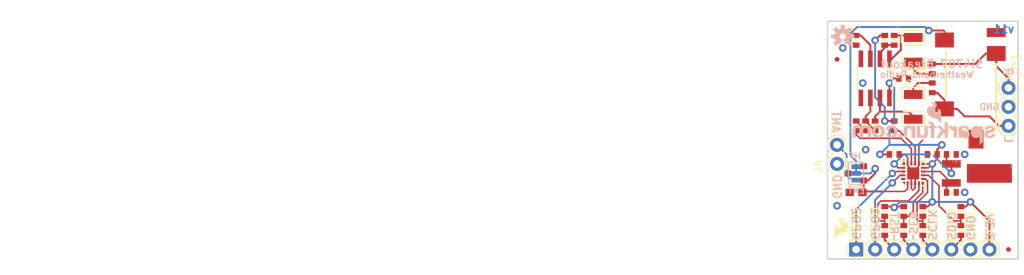
<source format=kicad_pcb>
(kicad_pcb (version 20211014) (generator pcbnew)
  (layers (0 "F.Cu" signal) (31 "B.Cu" signal) (34 "B.Paste" user) (35 "F.Paste" user) (36 "B.SilkS" user "B.Silkscreen") (37 "F.SilkS" user "F.Silkscreen") (38 "B.Mask" user) (39 "F.Mask" user) (44 "Edge.Cuts" user))
  (net 0 "")
  (net 1 "GND")
  (net 2 "3.3V")
  (net 3 "LOUT")
  (net 4 "ROUT")
  (net 5 "N$3")
  (net 6 "N$4")
  (net 7 "RCLK")
  (net 8 "N$6")
  (net 9 "SDIO")
  (net 10 "SCLK")
  (net 11 "~{SEN}")
  (net 12 "~{RST}")
  (net 13 "GPO1")
  (net 14 "GPO2")
  (net 15 "RST-O")
  (net 16 "SEN-O")
  (net 17 "SCLK-O")
  (net 18 "SDIO-O")
  (net 19 "J1")
  (net 20 "RA")
  (net 21 "LA")
  (net 22 "N$7")
  (net 23 "N$9")
  (net 24 "N$10")
  (net 25 "N$11")
  (net 26 "N$12")
  (net 27 "N$13")
  (net 28 "N$14")
  (net 29 "N$15")
  (net 30 "N$16")
  (net 31 "N$1")
  (footprint "boardEagle:C0402" (layer "F.Cu") (at 149.7711 95.4786 90)
    (fp_text reference "L2" (at -0.889 -0.6985 90) (layer "F.SilkS") (effects (font (size 0.373888 0.373888) (thickness 0.032512)) (justify left bottom)))
    (fp_text value "Ferrite 2.5k")
    (pad "1" smd rect (at -0.65 0 90) (size 0.7 0.9) (layers "F.Cu" "F.Paste" "F.Mask") (net 27 "N$13"))
    (pad "2" smd rect (at 0.65 0 90) (size 0.7 0.9) (layers "F.Cu" "F.Paste" "F.Mask") (net 20 "RA"))
  )
  (footprint "boardEagle:SI470X" (layer "F.Cu") (at 147.2311 109.4486 90)
    (fp_text reference "U1" (at -1.27 -3.175 90) (layer "F.SilkS") (effects (font (size 0.70104 0.70104) (thickness 0.06096)) (justify left bottom)))
    (fp_text value "")
    (pad "1" smd rect (at -1.275 -1.265 90) (size 0.34 0.34) (layers "F.Cu" "F.Paste" "F.Mask"))
    (pad "2" smd roundrect (at -1.335 -0.75) (size 0.28 0.61) (layers "F.Cu" "F.Paste" "F.Mask") (roundrect_rratio 0.475) (net 19 "J1"))
    (pad "3" smd roundrect (at -1.335 -0.25) (size 0.28 0.61) (layers "F.Cu" "F.Paste" "F.Mask") (roundrect_rratio 0.475) (net 1 "GND"))
    (pad "4" smd roundrect (at -1.335 0.25) (size 0.28 0.61) (layers "F.Cu" "F.Paste" "F.Mask") (roundrect_rratio 0.475) (net 1 "GND"))
    (pad "5" smd roundrect (at -1.335 0.75) (size 0.28 0.61) (layers "F.Cu" "F.Paste" "F.Mask") (roundrect_rratio 0.475) (net 12 "~{RST}"))
    (pad "6" smd rect (at -1.265 1.265 90) (size 0.34 0.34) (layers "F.Cu" "F.Paste" "F.Mask") (net 11 "~{SEN}"))
    (pad "7" smd roundrect (at -0.75 1.335 270) (size 0.28 0.61) (layers "F.Cu" "F.Paste" "F.Mask") (roundrect_rratio 0.475) (net 10 "SCLK"))
    (pad "8" smd roundrect (at -0.25 1.335 270) (size 0.28 0.61) (layers "F.Cu" "F.Paste" "F.Mask") (roundrect_rratio 0.475) (net 9 "SDIO"))
    (pad "9" smd roundrect (at 0.25 1.335 270) (size 0.28 0.61) (layers "F.Cu" "F.Paste" "F.Mask") (roundrect_rratio 0.475) (net 7 "RCLK"))
    (pad "10" smd roundrect (at 0.75 1.335 270) (size 0.28 0.61) (layers "F.Cu" "F.Paste" "F.Mask") (roundrect_rratio 0.475) (net 2 "3.3V"))
    (pad "11" smd rect (at 1.265 1.265 90) (size 0.34 0.34) (layers "F.Cu" "F.Paste" "F.Mask") (net 2 "3.3V"))
    (pad "12" smd roundrect (at 1.335 0.75 180) (size 0.28 0.61) (layers "F.Cu" "F.Paste" "F.Mask") (roundrect_rratio 0.475) (net 1 "GND"))
    (pad "13" smd roundrect (at 1.335 0.25 180) (size 0.28 0.61) (layers "F.Cu" "F.Paste" "F.Mask") (roundrect_rratio 0.475) (net 4 "ROUT"))
    (pad "14" smd roundrect (at 1.335 -0.25 180) (size 0.28 0.61) (layers "F.Cu" "F.Paste" "F.Mask") (roundrect_rratio 0.475) (net 3 "LOUT"))
    (pad "15" smd roundrect (at 1.335 -0.75 180) (size 0.28 0.61) (layers "F.Cu" "F.Paste" "F.Mask") (roundrect_rratio 0.475) (net 1 "GND"))
    (pad "16" smd rect (at 1.265 -1.265 90) (size 0.34 0.34) (layers "F.Cu" "F.Paste" "F.Mask") (net 1 "GND"))
    (pad "17" smd roundrect (at 0.75 -1.335 90) (size 0.28 0.61) (layers "F.Cu" "F.Paste" "F.Mask") (roundrect_rratio 0.475) (net 8 "N$6"))
    (pad "18" smd roundrect (at 0.25 -1.335 90) (size 0.28 0.61) (layers "F.Cu" "F.Paste" "F.Mask") (roundrect_rratio 0.475) (net 14 "GPO2"))
    (pad "19" smd roundrect (at -0.25 -1.335 90) (size 0.28 0.61) (layers "F.Cu" "F.Paste" "F.Mask") (roundrect_rratio 0.475) (net 13 "GPO1"))
    (pad "20" smd roundrect (at -0.75 -1.335 90) (size 0.28 0.61) (layers "F.Cu" "F.Paste" "F.Mask") (roundrect_rratio 0.475))
    (pad "21" smd roundrect (at 0 0 90) (size 1.6 1.6) (layers "F.Cu") (roundrect_rratio 0.05) (net 1 "GND"))
  )
  (footprint "boardEagle:0402-CAP" (layer "F.Cu") (at 145.9611 96.7486)
    (fp_text reference "C11" (at -0.889 -0.6985) (layer "F.SilkS") (effects (font (size 0.373888 0.373888) (thickness 0.032512)) (justify left bottom)))
    (fp_text value "0.1uF")
    (pad "1" smd rect (at -0.65 0) (size 0.7 0.9) (layers "F.Cu" "F.Paste" "F.Mask") (net 2 "3.3V"))
    (pad "2" smd rect (at 0.65 0) (size 0.7 0.9) (layers "F.Cu" "F.Paste" "F.Mask") (net 1 "GND"))
  )
  (footprint "boardEagle:CREATIVE_COMMONS" (layer "F.Cu") (at 45.769513 119.6086)
    (fp_text reference "FRAME1" hide)
    (fp_text value "FRAME-LETTER" hide)
  )
  (footprint "boardEagle:0402-RES" (layer "F.Cu") (at 143.4211 117.0686 -90)
    (fp_text reference "R1" (at -0.889 -0.6985 -90) (layer "F.SilkS") (effects (font (size 0.373888 0.373888) (thickness 0.032512)) (justify left bottom)))
    (fp_text value "2k")
    (pad "1" smd rect (at -0.65 0 270) (size 0.7 0.9) (layers "F.Cu" "F.Paste" "F.Mask") (net 12 "~{RST}"))
    (pad "2" smd rect (at 0.65 0 270) (size 0.7 0.9) (layers "F.Cu" "F.Paste" "F.Mask") (net 15 "RST-O"))
  )
  (footprint "boardEagle:0402-CAP" (layer "F.Cu") (at 144.6911 103.0986 90)
    (fp_text reference "C3" (at -0.889 -0.6985 90) (layer "F.SilkS") (effects (font (size 0.373888 0.373888) (thickness 0.032512)) (justify left bottom)))
    (fp_text value "0.39uF")
    (pad "1" smd rect (at -0.65 0 90) (size 0.7 0.9) (layers "F.Cu" "F.Paste" "F.Mask") (net 4 "ROUT"))
    (pad "2" smd rect (at 0.65 0 90) (size 0.7 0.9) (layers "F.Cu" "F.Paste" "F.Mask") (net 5 "N$3"))
  )
  (footprint "boardEagle:0402-RES" (layer "F.Cu") (at 140.8811 103.0986 -90)
    (fp_text reference "R10" (at -0.889 -0.6985 -90) (layer "F.SilkS") (effects (font (size 0.373888 0.373888) (thickness 0.032512)) (justify left bottom)))
    (fp_text value "20k")
    (pad "1" smd rect (at -0.65 0 270) (size 0.7 0.9) (layers "F.Cu" "F.Paste" "F.Mask") (net 25 "N$11"))
    (pad "2" smd rect (at 0.65 0 270) (size 0.7 0.9) (layers "F.Cu" "F.Paste" "F.Mask") (net 6 "N$4"))
  )
  (footprint "boardEagle:0402-RES" (layer "F.Cu") (at 142.1511 103.0986 -90)
    (fp_text reference "R11" (at -0.889 -0.6985 -90) (layer "F.SilkS") (effects (font (size 0.373888 0.373888) (thickness 0.032512)) (justify left bottom)))
    (fp_text value "47k")
    (pad "1" smd rect (at -0.65 0 270) (size 0.7 0.9) (layers "F.Cu" "F.Paste" "F.Mask") (net 30 "N$16"))
    (pad "2" smd rect (at 0.65 0 270) (size 0.7 0.9) (layers "F.Cu" "F.Paste" "F.Mask") (net 25 "N$11"))
  )
  (footprint "boardEagle:0402-CAP" (layer "F.Cu") (at 149.7711 106.9086 180)
    (fp_text reference "C1" (at -0.889 -0.6985 180) (layer "F.SilkS") (effects (font (size 0.373888 0.373888) (thickness 0.032512)) (justify right top)))
    (fp_text value "22nF")
    (pad "1" smd rect (at -0.65 0 180) (size 0.7 0.9) (layers "F.Cu" "F.Paste" "F.Mask") (net 2 "3.3V"))
    (pad "2" smd rect (at 0.65 0 180) (size 0.7 0.9) (layers "F.Cu" "F.Paste" "F.Mask") (net 1 "GND"))
  )
  (footprint "boardEagle:EIA3528" (layer "F.Cu") (at 147.2311 92.9386 90)
    (fp_text reference "C8" (at -2.27 1.27 180) (layer "F.SilkS") (effects (font (size 1.1684 1.1684) (thickness 0.1016)) (justify right top)))
    (fp_text value "47uF")
    (pad "A" smd rect (at 1.65 0 180) (size 2.5 1.2) (layers "F.Cu" "F.Paste" "F.Mask") (net 29 "N$15"))
    (pad "C" smd rect (at -1.65 0 180) (size 2.5 1.2) (layers "F.Cu" "F.Paste" "F.Mask") (net 27 "N$13"))
  )
  (footprint "boardEagle:0402-RES" (layer "F.Cu") (at 153.5811 114.5286 90)
    (fp_text reference "R5" (at -0.889 -0.6985 90) (layer "F.SilkS") (effects (font (size 0.373888 0.373888) (thickness 0.032512)) (justify left bottom)))
    (fp_text value "4.7k")
    (pad "1" smd rect (at -0.65 0 90) (size 0.7 0.9) (layers "F.Cu" "F.Paste" "F.Mask") (net 9 "SDIO"))
    (pad "2" smd rect (at 0.65 0 90) (size 0.7 0.9) (layers "F.Cu" "F.Paste" "F.Mask") (net 2 "3.3V"))
  )
  (footprint "boardEagle:AUDIO-JACK-3.5MM-SMD" (layer "F.Cu") (at 154.8511 89.1286 -90)
    (fp_text reference "U2" hide)
    (fp_text value "" hide)
    (pad "" np_thru_hole circle (at 10.5 0 270) (size 2 2) (drill 2) (layers *.Cu *.Mask))
    (pad "" np_thru_hole circle (at 3.5 0 270) (size 2 2) (drill 2) (layers *.Cu *.Mask))
    (pad "RING" smd rect (at 4.3 -3.45 270) (size 2 2.5) (layers "F.Cu" "F.Paste" "F.Mask") (net 20 "RA"))
    (pad "RSH" smd rect (at 1.5 -3.45 90) (size 1.2 2.5) (layers "F.Cu" "F.Paste" "F.Mask"))
    (pad "SLEEVE" smd rect (at 2.5 3.45 270) (size 2 2.5) (layers "F.Cu" "F.Paste" "F.Mask") (net 22 "N$7"))
    (pad "TIP" smd rect (at 11.7 3.45 270) (size 2 2.5) (layers "F.Cu" "F.Paste" "F.Mask") (net 21 "LA"))
    (pad "TSH" smd rect (at 15.75 -0.75) (size 2 2.5) (layers "F.Cu" "F.Paste" "F.Mask"))
  )
  (footprint "boardEagle:0402-RES" (layer "F.Cu") (at 153.5811 117.0686 -90)
    (fp_text reference "R4" (at -0.889 -0.6985 -90) (layer "F.SilkS") (effects (font (size 0.373888 0.373888) (thickness 0.032512)) (justify left bottom)))
    (fp_text value "2k")
    (pad "1" smd rect (at -0.65 0 270) (size 0.7 0.9) (layers "F.Cu" "F.Paste" "F.Mask") (net 9 "SDIO"))
    (pad "2" smd rect (at 0.65 0 270) (size 0.7 0.9) (layers "F.Cu" "F.Paste" "F.Mask") (net 18 "SDIO-O"))
  )
  (footprint "boardEagle:0402-RES" (layer "F.Cu") (at 143.4211 91.6686 90)
    (fp_text reference "R9" (at -0.889 -0.6985 90) (layer "F.SilkS") (effects (font (size 0.373888 0.373888) (thickness 0.032512)) (justify left bottom)))
    (fp_text value "20k")
    (pad "1" smd rect (at -0.65 0 90) (size 0.7 0.9) (layers "F.Cu" "F.Paste" "F.Mask") (net 24 "N$10"))
    (pad "2" smd rect (at 0.65 0 90) (size 0.7 0.9) (layers "F.Cu" "F.Paste" "F.Mask") (net 5 "N$3"))
  )
  (footprint "boardEagle:0402-CAP" (layer "F.Cu") (at 152.3111 111.9886 180)
    (fp_text reference "C5" (at -0.889 -0.6985 180) (layer "F.SilkS") (effects (font (size 0.373888 0.373888) (thickness 0.032512)) (justify right top)))
    (fp_text value "22pF")
    (pad "1" smd rect (at -0.65 0 180) (size 0.7 0.9) (layers "F.Cu" "F.Paste" "F.Mask") (net 1 "GND"))
    (pad "2" smd rect (at 0.65 0 180) (size 0.7 0.9) (layers "F.Cu" "F.Paste" "F.Mask") (net 7 "RCLK"))
  )
  (footprint "boardEagle:0402-CAP" (layer "F.Cu") (at 139.6111 91.6686 -90)
    (fp_text reference "C10" (at -0.889 -0.6985 -90) (layer "F.SilkS") (effects (font (size 0.373888 0.373888) (thickness 0.032512)) (justify left bottom)))
    (fp_text value "0.1uF")
    (pad "1" smd rect (at -0.65 0 270) (size 0.7 0.9) (layers "F.Cu" "F.Paste" "F.Mask") (net 26 "N$12"))
    (pad "2" smd rect (at 0.65 0 270) (size 0.7 0.9) (layers "F.Cu" "F.Paste" "F.Mask") (net 1 "GND"))
  )
  (footprint "boardEagle:EIA3528" (layer "F.Cu") (at 147.2311 100.5586 -90)
    (fp_text reference "C9" (at -2.27 1.27) (layer "F.SilkS") (effects (font (size 1.1684 1.1684) (thickness 0.1016)) (justify left bottom)))
    (fp_text value "47uF")
    (pad "A" smd rect (at 1.65 0) (size 2.5 1.2) (layers "F.Cu" "F.Paste" "F.Mask") (net 30 "N$16"))
    (pad "C" smd rect (at -1.65 0) (size 2.5 1.2) (layers "F.Cu" "F.Paste" "F.Mask") (net 28 "N$14"))
  )
  (footprint "boardEagle:1X02" (layer "F.Cu") (at 137.0711 108.1786 90)
    (fp_text reference "J4" (at -1.3462 -1.8288 90) (layer "F.SilkS") (effects (font (size 1.143 1.143) (thickness 0.127)) (justify left bottom)))
    (fp_text value "ANT")
    (pad "1" thru_hole circle (at 0 0 180) (size 1.8796 1.8796) (drill 1.016) (layers *.Cu *.Mask) (net 1 "GND"))
    (pad "2" thru_hole circle (at 2.54 0 180) (size 1.8796 1.8796) (drill 1.016) (layers *.Cu *.Mask) (net 23 "N$9"))
  )
  (footprint "boardEagle:SFE-LOGO-FLAME" (layer "F.Cu") (at 136.6901 118.2116)
    (fp_text reference "JP2" hide)
    (fp_text value "LOGO-SFESK" hide)
  )
  (footprint "boardEagle:C0402" (layer "F.Cu") (at 149.7711 98.0186 -90)
    (fp_text reference "L3" (at -0.889 -0.6985 -90) (layer "F.SilkS") (effects (font (size 0.373888 0.373888) (thickness 0.032512)) (justify left bottom)))
    (fp_text value "Ferrite 2.5k")
    (pad "1" smd rect (at -0.65 0 270) (size 0.7 0.9) (layers "F.Cu" "F.Paste" "F.Mask") (net 28 "N$14"))
    (pad "2" smd rect (at 0.65 0 270) (size 0.7 0.9) (layers "F.Cu" "F.Paste" "F.Mask") (net 21 "LA"))
  )
  (footprint "boardEagle:0603" (layer "F.Cu") (at 139.6111 111.9886 180)
    (fp_text reference "L1" (at -0.889 -0.762 180) (layer "F.SilkS") (effects (font (size 0.373888 0.373888) (thickness 0.032512)) (justify right top)))
    (fp_text value "56nH")
    (pad "1" smd rect (at -0.85 0 180) (size 1.1 1) (layers "F.Cu" "F.Paste" "F.Mask") (net 19 "J1"))
    (pad "2" smd rect (at 0.85 0 180) (size 1.1 1) (layers "F.Cu" "F.Paste" "F.Mask") (net 1 "GND"))
  )
  (footprint "boardEagle:1X03" (layer "F.Cu") (at 159.9311 98.0186 -90)
    (fp_text reference "JP3" (at -1.3462 -1.8288 -90) (layer "F.SilkS") (effects (font (size 1.143 1.143) (thickness 0.127)) (justify left bottom)))
    (fp_text value "")
    (pad "1" thru_hole circle (at 0 0) (size 1.8796 1.8796) (drill 1.016) (layers *.Cu *.Mask) (net 20 "RA"))
    (pad "2" thru_hole circle (at 2.54 0) (size 1.8796 1.8796) (drill 1.016) (layers *.Cu *.Mask) (net 1 "GND"))
    (pad "3" thru_hole circle (at 5.08 0) (size 1.8796 1.8796) (drill 1.016) (layers *.Cu *.Mask) (net 21 "LA"))
  )
  (footprint "boardEagle:0402-CAP" (layer "F.Cu") (at 139.6111 103.0986 90)
    (fp_text reference "C4" (at -0.889 -0.6985 90) (layer "F.SilkS") (effects (font (size 0.373888 0.373888) (thickness 0.032512)) (justify left bottom)))
    (fp_text value "0.39uF")
    (pad "1" smd rect (at -0.65 0 90) (size 0.7 0.9) (layers "F.Cu" "F.Paste" "F.Mask") (net 3 "LOUT"))
    (pad "2" smd rect (at 0.65 0 90) (size 0.7 0.9) (layers "F.Cu" "F.Paste" "F.Mask") (net 6 "N$4"))
  )
  (footprint "boardEagle:0402-RES" (layer "F.Cu") (at 148.5011 114.5286 90)
    (fp_text reference "R6" (at -0.889 -0.6985 90) (layer "F.SilkS") (effects (font (size 0.373888 0.373888) (thickness 0.032512)) (justify left bottom)))
    (fp_text value "4.7k")
    (pad "1" smd rect (at -0.65 0 90) (size 0.7 0.9) (layers "F.Cu" "F.Paste" "F.Mask") (net 10 "SCLK"))
    (pad "2" smd rect (at 0.65 0 90) (size 0.7 0.9) (layers "F.Cu" "F.Paste" "F.Mask") (net 2 "3.3V"))
  )
  (footprint "boardEagle:MICRO-FIDUCIAL" (layer "F.Cu") (at 137.0711 94.2086)
    (fp_text reference "JP5" hide)
    (fp_text value "FIDUCIALUFIDUCIAL" hide)
    (pad "1" smd roundrect (at 0 0) (size 0.635 0.635) (layers "F.Cu" "F.Mask") (roundrect_rratio 0.5))
  )
  (footprint "boardEagle:0402-CAP" (layer "F.Cu") (at 144.6911 106.9086)
    (fp_text reference "C2" (at -0.889 -0.6985) (layer "F.SilkS") (effects (font (size 0.373888 0.373888) (thickness 0.032512)) (justify left bottom)))
    (fp_text value "0.1uF")
    (pad "1" smd rect (at -0.65 0) (size 0.7 0.9) (layers "F.Cu" "F.Paste" "F.Mask") (net 2 "3.3V"))
    (pad "2" smd rect (at 0.65 0) (size 0.7 0.9) (layers "F.Cu" "F.Paste" "F.Mask") (net 1 "GND"))
  )
  (footprint "boardEagle:0402-RES" (layer "F.Cu") (at 144.6911 91.6686 -90)
    (fp_text reference "R12" (at -0.889 -0.6985 -90) (layer "F.SilkS") (effects (font (size 0.373888 0.373888) (thickness 0.032512)) (justify left bottom)))
    (fp_text value "47k")
    (pad "1" smd rect (at -0.65 0 270) (size 0.7 0.9) (layers "F.Cu" "F.Paste" "F.Mask") (net 29 "N$15"))
    (pad "2" smd rect (at 0.65 0 270) (size 0.7 0.9) (layers "F.Cu" "F.Paste" "F.Mask") (net 24 "N$10"))
  )
  (footprint "boardEagle:0402-RES" (layer "F.Cu") (at 145.9611 117.0686 -90)
    (fp_text reference "R2" (at -0.889 -0.6985 -90) (layer "F.SilkS") (effects (font (size 0.373888 0.373888) (thickness 0.032512)) (justify left bottom)))
    (fp_text value "2k")
    (pad "1" smd rect (at -0.65 0 270) (size 0.7 0.9) (layers "F.Cu" "F.Paste" "F.Mask") (net 11 "~{SEN}"))
    (pad "2" smd rect (at 0.65 0 270) (size 0.7 0.9) (layers "F.Cu" "F.Paste" "F.Mask") (net 16 "SEN-O"))
  )
  (footprint "boardEagle:MICRO-FIDUCIAL" (layer "F.Cu") (at 159.9311 119.6086)
    (fp_text reference "JP4" hide)
    (fp_text value "FIDUCIALUFIDUCIAL" hide)
    (pad "1" smd roundrect (at 0 0) (size 0.635 0.635) (layers "F.Cu" "F.Mask") (roundrect_rratio 0.5))
  )
  (footprint "boardEagle:0402-RES" (layer "F.Cu") (at 143.4211 114.5286 90)
    (fp_text reference "R8" (at -0.889 -0.6985 90) (layer "F.SilkS") (effects (font (size 0.373888 0.373888) (thickness 0.032512)) (justify left bottom)))
    (fp_text value "10k")
    (pad "1" smd rect (at -0.65 0 90) (size 0.7 0.9) (layers "F.Cu" "F.Paste" "F.Mask") (net 12 "~{RST}"))
    (pad "2" smd rect (at 0.65 0 90) (size 0.7 0.9) (layers "F.Cu" "F.Paste" "F.Mask") (net 2 "3.3V"))
  )
  (footprint "boardEagle:SOT23-3" (layer "F.Cu") (at 139.6111 109.4486 90)
    (fp_text reference "D1" (at -0.8255 -1.778 90) (layer "F.SilkS") (effects (font (size 0.373888 0.373888) (thickness 0.032512)) (justify left bottom)))
    (fp_text value "CM1213")
    (pad "1" smd rect (at -0.95 1 90) (size 0.8 0.9) (layers "F.Cu" "F.Paste" "F.Mask") (net 19 "J1"))
    (pad "2" smd rect (at 0.95 1 90) (size 0.8 0.9) (layers "F.Cu" "F.Paste" "F.Mask") (net 1 "GND"))
    (pad "3" smd rect (at 0 -1.1 90) (size 0.8 0.9) (layers "F.Cu" "F.Paste" "F.Mask") (net 1 "GND"))
  )
  (footprint "boardEagle:CRYSTAL-32KHZ-SMD" (layer "F.Cu") (at 152.3111 109.4486 -90)
    (fp_text reference "Y1" (at -0.635 -8.255 -90) (layer "F.SilkS") (effects (font (size 0.373888 0.373888) (thickness 0.032512)) (justify left bottom)))
    (fp_text value "32.768kHz")
    (pad "SHEILD" smd rect (at 0 -5.08 270) (size 2.5 6) (layers "F.Cu" "F.Paste" "F.Mask"))
    (pad "X1" smd rect (at -1.27 0 270) (size 1 2.5) (layers "F.Cu" "F.Paste" "F.Mask") (net 8 "N$6"))
    (pad "X2" smd rect (at 1.27 0 270) (size 1 2.5) (layers "F.Cu" "F.Paste" "F.Mask") (net 7 "RCLK"))
  )
  (footprint "boardEagle:0402-CAP" (layer "F.Cu") (at 152.3111 106.9086 180)
    (fp_text reference "C6" (at -0.889 -0.6985 180) (layer "F.SilkS") (effects (font (size 0.373888 0.373888) (thickness 0.032512)) (justify right top)))
    (fp_text value "22pF")
    (pad "1" smd rect (at -0.65 0 180) (size 0.7 0.9) (layers "F.Cu" "F.Paste" "F.Mask") (net 1 "GND"))
    (pad "2" smd rect (at 0.65 0 180) (size 0.7 0.9) (layers "F.Cu" "F.Paste" "F.Mask") (net 8 "N$6"))
  )
  (footprint "boardEagle:0402-RES" (layer "F.Cu") (at 145.9611 114.5286 90)
    (fp_text reference "R7" (at -0.889 -0.6985 90) (layer "F.SilkS") (effects (font (size 0.373888 0.373888) (thickness 0.032512)) (justify left bottom)))
    (fp_text value "10k")
    (pad "1" smd rect (at -0.65 0 90) (size 0.7 0.9) (layers "F.Cu" "F.Paste" "F.Mask") (net 11 "~{SEN}"))
    (pad "2" smd rect (at 0.65 0 90) (size 0.7 0.9) (layers "F.Cu" "F.Paste" "F.Mask") (net 2 "3.3V"))
  )
  (footprint "boardEagle:1X08" (layer "F.Cu") (at 139.6111 119.6086)
    (fp_text reference "J3" (at -1.3462 -1.8288) (layer "F.SilkS") (effects (font (size 1.143 1.143) (thickness 0.127)) (justify left bottom)))
    (fp_text value "OUTPUT")
    (pad "1" thru_hole rect (at 0 0 90) (size 1.8796 1.8796) (drill 1.016) (layers *.Cu *.Mask) (net 14 "GPO2"))
    (pad "2" thru_hole circle (at 2.54 0 90) (size 1.8796 1.8796) (drill 1.016) (layers *.Cu *.Mask) (net 13 "GPO1"))
    (pad "3" thru_hole circle (at 5.08 0 90) (size 1.8796 1.8796) (drill 1.016) (layers *.Cu *.Mask) (net 15 "RST-O"))
    (pad "4" thru_hole circle (at 7.62 0 90) (size 1.8796 1.8796) (drill 1.016) (layers *.Cu *.Mask) (net 16 "SEN-O"))
    (pad "5" thru_hole circle (at 10.16 0 90) (size 1.8796 1.8796) (drill 1.016) (layers *.Cu *.Mask) (net 17 "SCLK-O"))
    (pad "6" thru_hole circle (at 12.7 0 90) (size 1.8796 1.8796) (drill 1.016) (layers *.Cu *.Mask) (net 18 "SDIO-O"))
    (pad "7" thru_hole circle (at 15.24 0 90) (size 1.8796 1.8796) (drill 1.016) (layers *.Cu *.Mask) (net 1 "GND"))
    (pad "8" thru_hole circle (at 17.78 0 90) (size 1.8796 1.8796) (drill 1.016) (layers *.Cu *.Mask) (net 2 "3.3V"))
  )
  (footprint "boardEagle:0402-RES" (layer "F.Cu") (at 148.5011 117.0686 -90)
    (fp_text reference "R3" (at -0.889 -0.6985 -90) (layer "F.SilkS") (effects (font (size 0.373888 0.373888) (thickness 0.032512)) (justify left bottom)))
    (fp_text value "2k")
    (pad "1" smd rect (at -0.65 0 270) (size 0.7 0.9) (layers "F.Cu" "F.Paste" "F.Mask") (net 10 "SCLK"))
    (pad "2" smd rect (at 0.65 0 270) (size 0.7 0.9) (layers "F.Cu" "F.Paste" "F.Mask") (net 17 "SCLK-O"))
  )
  (footprint "boardEagle:SPARKFUN_SO08" (layer "F.Cu") (at 142.1511 96.7486 180)
    (fp_text reference "U3" (at -1.27 0 180) (layer "F.SilkS") (effects (font (size 0.373888 0.373888) (thickness 0.032512)) (justify right top)))
    (fp_text value "TPA6111")
    (pad "1" smd rect (at -1.905 2.6162 180) (size 0.6096 2.2098) (layers "F.Cu" "F.Paste" "F.Mask") (net 29 "N$15"))
    (pad "2" smd rect (at -0.635 2.6162 180) (size 0.6096 2.2098) (layers "F.Cu" "F.Paste" "F.Mask") (net 24 "N$10"))
    (pad "3" smd rect (at 0.635 2.6162 180) (size 0.6096 2.2098) (layers "F.Cu" "F.Paste" "F.Mask") (net 26 "N$12"))
    (pad "4" smd rect (at 1.905 2.6162 180) (size 0.6096 2.2098) (layers "F.Cu" "F.Paste" "F.Mask") (net 1 "GND"))
    (pad "5" smd rect (at 1.905 -2.6162 180) (size 0.6096 2.2098) (layers "F.Cu" "F.Paste" "F.Mask") (net 1 "GND"))
    (pad "6" smd rect (at 0.635 -2.6162 180) (size 0.6096 2.2098) (layers "F.Cu" "F.Paste" "F.Mask") (net 25 "N$11"))
    (pad "7" smd rect (at -0.635 -2.6162 180) (size 0.6096 2.2098) (layers "F.Cu" "F.Paste" "F.Mask") (net 30 "N$16"))
    (pad "8" smd rect (at -1.905 -2.6162 180) (size 0.6096 2.2098) (layers "F.Cu" "F.Paste" "F.Mask") (net 2 "3.3V"))
  )
  (footprint "boardEagle:SJ_3" (layer "B.Cu") (at 139.6111 109.4486 -90)
    (fp_text reference "SJ2" (at -1.27 1.27 90) (layer "B.SilkS") (effects (font (size 0.373888 0.373888) (thickness 0.032512)) (justify left bottom mirror)))
    (fp_text value "")
    (pad "1" smd rect (at -0.889 0 270) (size 0.635 1.27) (layers "B.Cu" "B.Mask") (net 22 "N$7"))
    (pad "2" smd rect (at 0 0 270) (size 0.635 1.27) (layers "B.Cu" "B.Mask") (net 19 "J1"))
    (pad "3" smd rect (at 0.889 0 270) (size 0.635 1.27) (layers "B.Cu" "B.Mask") (net 23 "N$9"))
  )
  (footprint "boardEagle:SFE-NEW-WEBLOGO" (layer "B.Cu") (at 158.1531 105.6386 180)
    (fp_text reference "JP1" hide)
    (fp_text value "LOGO-SFENEW" hide)
  )
  (footprint "boardEagle:OSHW-LOGO-S" (layer "B.Cu") (at 137.8331 91.1606 180)
    (fp_text reference "U$2" hide)
    (fp_text value "OSHW-LOGOS" hide)
  )
  (gr_line (start 135.8011 89.1286) (end 161.2011 89.1286) (layer "Edge.Cuts") (width 0.2032))
  (gr_line (start 161.2011 89.1286) (end 161.2011 120.8786) (layer "Edge.Cuts") (width 0.2032))
  (gr_line (start 135.8011 120.8786) (end 135.8011 89.1286) (layer "Edge.Cuts") (width 0.2032))
  (gr_line (start 161.2011 120.8786) (end 135.8011 120.8786) (layer "Edge.Cuts") (width 0.2032))
  (gr_text "v11" (at 160.8201 90.7796) (layer "B.Cu") (effects (font (size 1.0414 1.0414) (thickness 0.2286)) (justify left bottom mirror)))
  (gr_text "GND" (at 158.7881 101.0666) (layer "B.SilkS") (effects (font (size 0.8636 0.8636) (thickness 0.1524)) (justify left bottom mirror)))
  (gr_text "EXT" (at 140.8811 112.2426) (layer "B.SilkS") (effects (font (size 0.8636 0.8636) (thickness 0.1524)) (justify left bottom mirror)))
  (gr_text "GPO1" (at 141.5161 118.4656 -90) (layer "B.SilkS") (effects (font (size 1.0795 1.0795) (thickness 0.1905)) (justify left bottom mirror)))
  (gr_text "~SEN" (at 146.5961 118.4656 -90) (layer "B.SilkS") (effects (font (size 1.0795 1.0795) (thickness 0.1905)) (justify left bottom mirror)))
  (gr_text "ANT" (at 136.3091 104.1146 -90) (layer "B.SilkS") (effects (font (size 1.0795 1.0795) (thickness 0.1905)) (justify left bottom mirror)))
  (gr_text "L" (at 159.2961 105.5116 -90) (layer "B.SilkS") (effects (font (size 1.0795 1.0795) (thickness 0.1905)) (justify left bottom mirror)))
  (gr_text "Si4707 Breakout" (at 156.6291 95.4786) (layer "B.SilkS") (effects (font (size 1.0795 1.0795) (thickness 0.1905)) (justify left bottom mirror)))
  (gr_text "SCLK" (at 149.1361 118.4656 -90) (layer "B.SilkS") (effects (font (size 1.0795 1.0795) (thickness 0.1905)) (justify left bottom mirror)))
  (gr_text "GND" (at 136.4361 113.0046 -90) (layer "B.SilkS") (effects (font (size 1.0795 1.0795) (thickness 0.1905)) (justify left bottom mirror)))
  (gr_text "SDIO" (at 151.6761 118.4656 -90) (layer "B.SilkS") (effects (font (size 1.0795 1.0795) (thickness 0.1905)) (justify left bottom mirror)))
  (gr_text "R" (at 159.2961 96.4946 -90) (layer "B.SilkS") (effects (font (size 1.0795 1.0795) (thickness 0.1905)) (justify left bottom mirror)))
  (gr_text "GPO2" (at 138.9761 118.4656 -90) (layer "B.SilkS") (effects (font (size 1.0795 1.0795) (thickness 0.1905)) (justify left bottom mirror)))
  (gr_text "Weatherband Radio" (at 155.3591 96.7486) (layer "B.SilkS") (effects (font (size 0.8636 0.8636) (thickness 0.1524)) (justify left bottom mirror)))
  (gr_text "3.3V" (at 156.7561 118.4656 -90) (layer "B.SilkS") (effects (font (size 1.0795 1.0795) (thickness 0.1905)) (justify left bottom mirror)))
  (gr_text "HP" (at 140.3731 107.6706) (layer "B.SilkS") (effects (font (size 0.8636 0.8636) (thickness 0.1524)) (justify left bottom mirror)))
  (gr_text "GND" (at 154.2161 118.4656 -90) (layer "B.SilkS") (effects (font (size 1.0795 1.0795) (thickness 0.1905)) (justify left bottom mirror)))
  (gr_text "~RST" (at 144.0561 118.4656 -90) (layer "B.SilkS") (effects (font (size 1.0795 1.0795) (thickness 0.1905)) (justify left bottom mirror)))
  (gr_text "~RST" (at 144.6911 118.0846 90) (layer "F.SilkS") (effects (font (size 0.8636 0.8636) (thickness 0.1524)) (justify left)))
  (gr_text "GPO2" (at 139.6111 118.0846 90) (layer "F.SilkS") (effects (font (size 1.0795 1.0795) (thickness 0.1905)) (justify left)))
  (gr_text "GND" (at 154.8511 118.0846 90) (layer "F.SilkS") (effects (font (size 1.0795 1.0795) (thickness 0.1905)) (justify left)))
  (gr_text "SDIO" (at 152.3111 118.0846 90) (layer "F.SilkS") (effects (font (size 1.0795 1.0795) (thickness 0.1905)) (justify left)))
  (gr_text "ANT" (at 137.5791 104.1146 90) (layer "F.SilkS") (effects (font (size 1.0795 1.0795) (thickness 0.1905)) (justify left bottom)))
  (gr_text "L" (at 160.5661 105.5116 90) (layer "F.SilkS") (effects (font (size 1.0795 1.0795) (thickness 0.1905)) (justify left bottom)))
  (gr_text "R" (at 160.5661 96.4946 90) (layer "F.SilkS") (effects (font (size 1.0795 1.0795) (thickness 0.1905)) (justify left bottom)))
  (gr_text "GND" (at 137.7061 113.0046 90) (layer "F.SilkS") (effects (font (size 1.0795 1.0795) (thickness 0.1905)) (justify left bottom)))
  (gr_text "3.3V" (at 157.3911 118.0846 90) (layer "F.SilkS") (effects (font (size 1.0795 1.0795) (thickness 0.1905)) (justify left)))
  (gr_text "~SEN" (at 147.2311 118.0846 90) (layer "F.SilkS") (effects (font (size 0.8636 0.8636) (thickness 0.1524)) (justify left)))
  (gr_text "GPO1" (at 142.1511 118.0846 90) (layer "F.SilkS") (effects (font (size 1.0795 1.0795) (thickness 0.1905)) (justify left)))
  (gr_text "SCLK" (at 149.7711 118.0846 90) (layer "F.SilkS") (effects (font (size 1.0795 1.0795) (thickness 0.1905)) (justify left)))
  (segment (start 146.9811 109.6986) (end 147.2311 109.4486) (width 0.2032) (layer "F.Cu") (net 1))
  (segment (start 146.9811 110.8496) (end 146.9771 110.8456) (width 0.2032) (layer "F.Cu") (net 1))
  (segment (start 147.4811 110.7836) (end 147.4811 110.7226) (width 0.2032) (layer "F.Cu") (net 1))
  (segment (start 147.9811 108.4446) (end 147.9811 108.1136) (width 0.2032) (layer "F.Cu") (net 1))
  (segment (start 147.4811 111.3576) (end 147.1041 111.7346) (width 0.2032) (layer "F.Cu") (net 1))
  (segment (start 147.4811 110.7226) (end 147.4851 110.7186) (width 0.2032) (layer "F.Cu") (net 1))
  (segment (start 146.4811 108.1136) (end 146.4811 108.4446) (width 0.2032) (layer "F.Cu") (net 1))
  (segment (start 147.4811 111.3576) (end 147.4811 110.7836) (width 0.2032) (layer "F.Cu") (net 1))
  (segment (start 145.9661 108.1836) (end 145.9661 107.6756) (width 0.2032) (layer "F.Cu") (net 1))
  (segment (start 147.2311 109.1946) (end 147.2311 109.4486) (width 0.2032) (layer "F.Cu") (net 1))
  (segment (start 147.4811 109.6986) (end 147.2311 109.4486) (width 0.2032) (layer "F.Cu") (net 1))
  (segment (start 146.4811 108.4446) (end 147.2311 109.1946) (width 0.2032) (layer "F.Cu") (net 1))
  (segment (start 147.4811 110.7836) (end 147.4811 109.6986) (width 0.2032) (layer "F.Cu") (net 1))
  (segment (start 147.9811 105.5236) (end 148.5011 105.0036) (width 0.2032) (layer "F.Cu") (net 1))
  (segment (start 146.0881 106.9086) (end 145.3261 106.9086) (width 0.2032) (layer "F.Cu") (net 1))
  (segment (start 146.9811 110.7836) (end 146.9811 109.6986) (width 0.2032) (layer "F.Cu") (net 1))
  (segment (start 146.9811 110.8416) (end 146.9771 110.8456) (width 0.2032) (layer "F.Cu") (net 1))
  (segment (start 147.9811 108.4446) (end 147.2311 109.1946) (width 0.2032) (layer "F.Cu") (net 1))
  (segment (start 146.9811 110.7836) (end 146.9811 110.8416) (width 0.2032) (layer "F.Cu") (net 1))
  (segment (start 146.4811 107.3016) (end 146.0881 106.9086) (width 0.2032) (layer "F.Cu") (net 1))
  (segment (start 146.9771 109.4486) (end 147.2311 109.4486) (width 0.2032) (layer "F.Cu") (net 1))
  (segment (start 147.9811 108.1136) (end 147.9811 105.5236) (width 0.2032) (layer "F.Cu") (net 1))
  (segment (start 145.9661 107.6756) (end 145.9611 107.6706) (width 0.2032) (layer "F.Cu") (net 1))
  (segment (start 146.4811 108.1136) (end 146.4811 107.3016) (width 0.2032) (layer "F.Cu") (net 1))
  (segment (start 146.9811 111.4766) (end 146.9811 110.8496) (width 0.2032) (layer "F.Cu") (net 1))
  (via (at 154.0891 111.9886) (size 1.016) (drill 0.508) (layers "F.Cu" "B.Cu") (net 1))
  (via (at 140.8811 106.2736) (size 1.016) (drill 0.508) (layers "F.Cu" "B.Cu") (net 1))
  (via (at 137.8331 92.6846) (size 1.016) (drill 0.508) (layers "F.Cu" "B.Cu") (net 1))
  (via (at 140.5001 97.3836) (size 1.016) (drill 0.508) (layers "F.Cu" "B.Cu") (net 1))
  (via (at 154.0891 106.9086) (size 1.016) (drill 0.508) (layers "F.Cu" "B.Cu") (net 1))
  (via (at 137.0711 113.7666) (size 1.016) (drill 0.508) (layers "F.Cu" "B.Cu") (net 1))
  (segment (start 153.5811 113.8786) (end 154.2311 113.8786) (width 0.254) (layer "F.Cu") (net 2))
  (segment (start 149.1511 113.8786) (end 149.7711 113.2586) (width 0.254) (layer "F.Cu") (net 2))
  (segment (start 148.5661 108.6986) (end 149.2511 108.6986) (width 0.2032) (layer "F.Cu") (net 2))
  (segment (start 157.3911 115.7986) (end 154.8511 113.2586) (width 0.254) (layer "F.Cu") (net 2))
  (segment (start 148.4961 108.1836) (end 148.5011 108.1786) (width 0.2032) (layer "F.Cu") (net 2))
  (segment (start 157.3911 119.6086) (end 157.3911 115.7986) (width 0.254) (layer "F.Cu") (net 2))
  (segment (start 144.6911 96.7486) (end 144.0561 97.3836) (width 0.254) (layer "F.Cu") (net 2))
  (segment (start 150.4211 107.5286) (end 149.7711 108.1786) (width 0.254) (layer "F.Cu") (net 2))
  (segment (start 144.8181 113.8786) (end 144.6911 114.0056) (width 0.254) (layer "F.Cu") (net 2))
  (segment (start 144.0561 99.3648) (end 144.0561 97.3836) (width 0.254) (layer "F.Cu") (net 2))
  (segment (start 148.4961 108.1836) (end 149.7661 108.1836) (width 0.2032) (layer "F.Cu") (net 2))
  (segment (start 149.7661 108.1836) (end 149.7711 108.1786) (width 0.2032) (layer "F.Cu") (net 2))
  (segment (start 145.3111 96.7486) (end 144.6911 96.7486) (width 0.254) (layer "F.Cu") (net 2))
  (segment (start 149.2511 108.6986) (end 149.7711 108.1786) (width 0.2032) (layer "F.Cu") (net 2))
  (segment (start 144.0411 106.9086) (end 142.7861 106.9086) (width 0.254) (layer "F.Cu") (net 2))
  (segment (start 150.4211 106.9086) (end 150.4211 107.5286) (width 0.254) (layer "F.Cu") (net 2))
  (segment (start 145.9611 113.8786) (end 144.8181 113.8786) (width 0.254) (layer "F.Cu") (net 2))
  (segment (start 143.4211 113.8786) (end 144.5641 113.8786) (width 0.254) (layer "F.Cu") (net 2))
  (segment (start 150.4211 106.9086) (end 150.4211 106.2586) (width 0.254) (layer "F.Cu") (net 2))
  (segment (start 144.5641 113.8786) (end 144.6911 114.0056) (width 0.254) (layer "F.Cu") (net 2))
  (segment (start 150.4211 106.2586) (end 151.0411 105.6386) (width 0.254) (layer "F.Cu") (net 2))
  (segment (start 154.2311 113.8786) (end 154.8511 113.2586) (width 0.254) (layer "F.Cu") (net 2))
  (segment (start 148.5011 113.8786) (end 149.1511 113.8786) (width 0.254) (layer "F.Cu") (net 2))
  (via (at 142.7861 106.9086) (size 1.016) (drill 0.508) (layers "F.Cu" "B.Cu") (net 2))
  (via (at 144.0561 97.3836) (size 1.016) (drill 0.508) (layers "F.Cu" "B.Cu") (net 2))
  (via (at 154.8511 113.2586) (size 1.016) (drill 0.508) (layers "F.Cu" "B.Cu") (net 2))
  (via (at 151.0411 105.6386) (size 1.016) (drill 0.508) (layers "F.Cu" "B.Cu") (net 2))
  (via (at 144.6911 114.0056) (size 1.016) (drill 0.508) (layers "F.Cu" "B.Cu") (net 2))
  (via (at 149.7711 108.1786) (size 1.016) (drill 0.508) (layers "F.Cu" "B.Cu") (net 2))
  (via (at 149.7711 113.2586) (size 1.016) (drill 0.508) (layers "F.Cu" "B.Cu") (net 2))
  (segment (start 149.7711 108.1786) (end 149.7711 113.2586) (width 0.254) (layer "B.Cu") (net 2))
  (segment (start 149.7711 113.2586) (end 154.8511 113.2586) (width 0.254) (layer "B.Cu") (net 2))
  (segment (start 145.4381 113.2586) (end 144.6911 114.0056) (width 0.254) (layer "B.Cu") (net 2))
  (segment (start 144.6911 103.0986) (end 144.6911 98.0186) (width 0.254) (layer "B.Cu") (net 2))
  (segment (start 144.6911 98.0186) (end 144.0561 97.3836) (width 0.254) (layer "B.Cu") (net 2))
  (segment (start 151.0411 105.6386) (end 144.0561 105.6386) (width 0.254) (layer "B.Cu") (net 2))
  (segment (start 144.0561 105.6386) (end 142.7861 106.9086) (width 0.254) (layer "B.Cu") (net 2))
  (segment (start 144.0561 105.6386) (end 144.0561 103.7336) (width 0.254) (layer "B.Cu") (net 2))
  (segment (start 144.0561 103.7336) (end 144.6911 103.0986) (width 0.254) (layer "B.Cu") (net 2))
  (segment (start 149.7711 113.2586) (end 145.4381 113.2586) (width 0.254) (layer "B.Cu") (net 2))
  (segment (start 145.5801 104.7496) (end 140.1191 104.7496) (width 0.2032) (layer "F.Cu") (net 3))
  (segment (start 146.9811 106.1506) (end 145.5801 104.7496) (width 0.2032) (layer "F.Cu") (net 3))
  (segment (start 139.6111 104.2416) (end 140.1191 104.7496) (width 0.2032) (layer "F.Cu") (net 3))
  (segment (start 139.6111 103.7486) (end 139.6111 104.2416) (width 0.2032) (layer "F.Cu") (net 3))
  (segment (start 146.9811 108.1136) (end 146.9811 106.1506) (width 0.2032) (layer "F.Cu") (net 3))
  (segment (start 144.6911 103.7486) (end 145.3411 103.7486) (width 0.2032) (layer "F.Cu") (net 4))
  (segment (start 147.4811 108.1136) (end 147.4811 105.8886) (width 0.2032) (layer "F.Cu") (net 4))
  (segment (start 147.4811 105.8886) (end 145.3411 103.7486) (width 0.2032) (layer "F.Cu") (net 4))
  (segment (start 144.6911 102.4486) (end 143.4361 102.4486) (width 0.254) (layer "F.Cu") (net 5))
  (segment (start 143.4211 91.0186) (end 142.8011 91.0186) (width 0.254) (layer "F.Cu") (net 5))
  (segment (start 142.8011 91.0186) (end 142.1511 91.6686) (width 0.254) (layer "F.Cu") (net 5))
  (via (at 142.1511 91.6686) (size 1.016) (drill 0.508) (layers "F.Cu" "B.Cu") (net 5))
  (via (at 143.4361 102.4486) (size 1.016) (drill 0.508) (layers "F.Cu" "B.Cu") (net 5))
  (segment (start 142.1511 91.6686) (end 142.1511 99.2886) (width 0.254) (layer "B.Cu") (net 5))
  (segment (start 143.4361 102.4486) (end 143.4361 100.5736) (width 0.254) (layer "B.Cu") (net 5))
  (segment (start 142.1511 99.2886) (end 143.4361 100.5736) (width 0.254) (layer "B.Cu") (net 5))
  (segment (start 139.6111 102.4486) (end 139.6111 102.4636) (width 0.2032) (layer "F.Cu") (net 6))
  (segment (start 140.8811 103.7486) (end 140.8811 103.7336) (width 0.2032) (layer "F.Cu") (net 6))
  (segment (start 140.8811 103.7336) (end 139.6111 102.4636) (width 0.2032) (layer "F.Cu") (net 6))
  (segment (start 151.6461 110.7186) (end 151.6611 110.7336) (width 0.2032) (layer "F.Cu") (net 7))
  (segment (start 150.7911 109.1986) (end 152.3111 110.7186) (width 0.2032) (layer "F.Cu") (net 7))
  (segment (start 152.2961 110.7336) (end 152.3111 110.7186) (width 0.2032) (layer "F.Cu") (net 7))
  (segment (start 148.5661 109.1986) (end 150.7911 109.1986) (width 0.2032) (layer "F.Cu") (net 7))
  (segment (start 151.6611 111.9886) (end 151.6611 110.7336) (width 0.254) (layer "F.Cu") (net 7))
  (segment (start 151.6611 110.7336) (end 152.2961 110.7336) (width 0.2032) (layer "F.Cu") (net 7))
  (segment (start 151.9301 108.1786) (end 152.3111 108.1786) (width 0.254) (layer "F.Cu") (net 8))
  (segment (start 151.6611 106.9086) (end 151.6611 107.9096) (width 0.254) (layer "F.Cu") (net 8))
  (segment (start 152.3111 109.4486) (end 152.3111 108.1786) (width 0.254) (layer "F.Cu") (net 8))
  (segment (start 145.8961 108.6986) (end 145.2111 108.6986) (width 0.2032) (layer "F.Cu") (net 8))
  (segment (start 151.6611 107.9096) (end 151.9301 108.1786) (width 0.254) (layer "F.Cu") (net 8))
  (segment (start 145.2111 108.6986) (end 144.6911 108.1786) (width 0.2032) (layer "F.Cu") (net 8))
  (via (at 152.3111 109.4486) (size 1.016) (drill 0.508) (layers "F.Cu" "B.Cu") (net 8))
  (via (at 144.6911 108.1786) (size 1.016) (drill 0.508) (layers "F.Cu" "B.Cu") (net 8))
  (segment (start 152.3111 109.4486) (end 149.7711 106.9086) (width 0.254) (layer "B.Cu") (net 8))
  (segment (start 145.9611 106.9086) (end 144.6911 108.1786) (width 0.254) (layer "B.Cu") (net 8))
  (segment (start 149.7711 106.9086) (end 145.9611 106.9086) (width 0.254) (layer "B.Cu") (net 8))
  (segment (start 148.5661 109.6986) (end 149.2591 109.6986) (width 0.2032) (layer "F.Cu") (net 9))
  (segment (start 153.5811 115.7986) (end 153.5811 115.1786) (width 0.2032) (layer "F.Cu") (net 9))
  (segment (start 150.6601 113.7666) (end 152.6921 115.7986) (width 0.2032) (layer "F.Cu") (net 9))
  (segment (start 150.6601 113.7666) (end 150.6601 111.0996) (width 0.2032) (layer "F.Cu") (net 9))
  (segment (start 153.5811 115.7986) (end 152.6921 115.7986) (width 0.2032) (layer "F.Cu") (net 9))
  (segment (start 153.5811 116.4186) (end 153.5811 115.7986) (width 0.2032) (layer "F.Cu") (net 9))
  (segment (start 150.6601 111.0996) (end 149.2591 109.6986) (width 0.2032) (layer "F.Cu") (net 9))
  (segment (start 147.8661 115.7986) (end 148.5011 115.7986) (width 0.2032) (layer "F.Cu") (net 10))
  (segment (start 148.5011 115.1786) (end 148.5011 115.7986) (width 0.2032) (layer "F.Cu") (net 10))
  (segment (start 147.7391 113.3856) (end 147.7391 115.6716) (width 0.2032) (layer "F.Cu") (net 10))
  (segment (start 149.1361 110.4646) (end 149.1361 111.9886) (width 0.2032) (layer "F.Cu") (net 10))
  (segment (start 148.5661 110.1986) (end 148.8701 110.1986) (width 0.2032) (layer "F.Cu") (net 10))
  (segment (start 147.7391 115.6716) (end 147.8661 115.7986) (width 0.2032) (layer "F.Cu") (net 10))
  (segment (start 149.1361 111.9886) (end 147.7391 113.3856) (width 0.2032) (layer "F.Cu") (net 10))
  (segment (start 148.8701 110.1986) (end 149.1361 110.4646) (width 0.2032) (layer "F.Cu") (net 10))
  (segment (start 148.5011 115.7986) (end 148.5011 116.4186) (width 0.2032) (layer "F.Cu") (net 10))
  (segment (start 147.2311 113.2586) (end 148.4961 111.9936) (width 0.2032) (layer "F.Cu") (net 11))
  (segment (start 146.5811 115.1786) (end 147.2311 114.5286) (width 0.2032) (layer "F.Cu") (net 11))
  (segment (start 148.4961 110.7136) (end 148.4961 111.9936) (width 0.2032) (layer "F.Cu") (net 11))
  (segment (start 147.2311 114.5286) (end 147.2311 113.2586) (width 0.2032) (layer "F.Cu") (net 11))
  (segment (start 145.9611 115.1786) (end 146.5811 115.1786) (width 0.2032) (layer "F.Cu") (net 11))
  (segment (start 145.9611 116.4186) (end 145.9611 115.1786) (width 0.2032) (layer "F.Cu") (net 11))
  (segment (start 142.5321 115.5446) (end 142.7861 115.7986) (width 0.2032) (layer "F.Cu") (net 12))
  (segment (start 146.5961 113.1316) (end 142.9131 113.1316) (width 0.2032) (layer "F.Cu") (net 12))
  (segment (start 142.7861 115.7986) (end 143.4211 115.7986) (width 0.2032) (layer "F.Cu") (net 12))
  (segment (start 143.4211 116.4186) (end 143.4211 115.7986) (width 0.2032) (layer "F.Cu") (net 12))
  (segment (start 143.4211 115.7986) (end 143.4211 115.1786) (width 0.2032) (layer "F.Cu") (net 12))
  (segment (start 147.9811 111.7466) (end 146.5961 113.1316) (width 0.2032) (layer "F.Cu") (net 12))
  (segment (start 142.9131 113.1316) (end 142.5321 113.5126) (width 0.2032) (layer "F.Cu") (net 12))
  (segment (start 147.9811 110.7836) (end 147.9811 111.7466) (width 0.2032) (layer "F.Cu") (net 12))
  (segment (start 142.5321 113.5126) (end 142.5321 115.5446) (width 0.2032) (layer "F.Cu") (net 12))
  (segment (start 145.8961 109.6986) (end 145.4571 109.6986) (width 0.2032) (layer "F.Cu") (net 13))
  (segment (start 145.4571 109.6986) (end 144.4371 110.7186) (width 0.2032) (layer "F.Cu") (net 13))
  (via (at 144.4371 110.7186) (size 1.016) (drill 0.508) (layers "F.Cu" "B.Cu") (net 13))
  (segment (start 142.1511 113.0046) (end 144.4371 110.7186) (width 0.254) (layer "B.Cu") (net 13))
  (segment (start 142.1511 119.6086) (end 142.1511 113.0046) (width 0.254) (layer "B.Cu") (net 13))
  (segment (start 144.6871 109.1986) (end 144.4371 109.4486) (width 0.2032) (layer "F.Cu") (net 14))
  (segment (start 145.8961 109.1986) (end 144.6871 109.1986) (width 0.2032) (layer "F.Cu") (net 14))
  (via (at 144.4371 109.4486) (size 1.016) (drill 0.508) (layers "F.Cu" "B.Cu") (net 14))
  (segment (start 144.4371 109.4486) (end 139.6111 114.2746) (width 0.254) (layer "B.Cu") (net 14))
  (segment (start 139.6111 119.6086) (end 139.6111 114.2746) (width 0.254) (layer "B.Cu") (net 14))
  (segment (start 143.4211 118.3386) (end 144.6911 119.6086) (width 0.254) (layer "F.Cu") (net 15))
  (segment (start 143.4211 117.7186) (end 143.4211 118.3386) (width 0.254) (layer "F.Cu") (net 15))
  (segment (start 145.9611 117.7186) (end 145.9611 118.3386) (width 0.254) (layer "F.Cu") (net 16))
  (segment (start 145.9611 118.3386) (end 147.2311 119.6086) (width 0.254) (layer "F.Cu") (net 16))
  (segment (start 149.7711 119.6086) (end 148.5011 118.3386) (width 0.254) (layer "F.Cu") (net 17))
  (segment (start 148.5011 118.3386) (end 148.5011 117.7186) (width 0.254) (layer "F.Cu") (net 17))
  (segment (start 153.5811 117.7186) (end 153.5811 118.3386) (width 0.254) (layer "F.Cu") (net 18))
  (segment (start 153.5811 118.3386) (end 152.3111 119.6086) (width 0.254) (layer "F.Cu") (net 18))
  (segment (start 146.0881 111.8616) (end 143.2941 111.8616) (width 0.2032) (layer "F.Cu") (net 19))
  (segment (start 142.1511 109.4486) (end 142.1511 108.8136) (width 0.254) (layer "F.Cu") (net 19))
  (segment (start 140.6111 110.3986) (end 140.6111 111.8386) (width 0.254) (layer "F.Cu") (net 19))
  (segment (start 146.4811 110.7836) (end 146.4811 111.4686) (width 0.2032) (layer "F.Cu") (net 19))
  (segment (start 140.6111 110.3986) (end 141.2011 110.3986) (width 0.254) (layer "F.Cu") (net 19))
  (segment (start 140.6111 111.8386) (end 140.4611 111.9886) (width 0.254) (layer "F.Cu") (net 19))
  (segment (start 143.2941 111.8616) (end 140.5881 111.8616) (width 0.254) (layer "F.Cu") (net 19))
  (segment (start 146.4811 111.4686) (end 146.0881 111.8616) (width 0.2032) (layer "F.Cu") (net 19))
  (segment (start 140.5881 111.8616) (end 140.4611 111.9886) (width 0.254) (layer "F.Cu") (net 19))
  (segment (start 141.2011 110.3986) (end 142.1511 109.4486) (width 0.254) (layer "F.Cu") (net 19))
  (via (at 142.1511 108.8136) (size 1.016) (drill 0.508) (layers "F.Cu" "B.Cu") (net 19))
  (segment (start 141.5161 109.4486) (end 142.1511 108.8136) (width 0.254) (layer "B.Cu") (net 19))
  (segment (start 139.6111 109.4486) (end 141.5161 109.4486) (width 0.254) (layer "B.Cu") (net 19))
  (segment (start 158.3011 95.1186) (end 159.9311 96.7486) (width 0.254) (layer "F.Cu") (net 20))
  (segment (start 158.3011 93.4286) (end 156.9011 93.4286) (width 0.254) (layer "F.Cu") (net 20))
  (segment (start 158.3011 93.4286) (end 158.1711 93.4286) (width 0.254) (layer "F.Cu") (net 20))
  (segment (start 159.9311 98.0186) (end 159.9311 96.7486) (width 0.254) (layer "F.Cu") (net 20))
  (segment (start 158.3011 93.4286) (end 158.3011 95.1186) (width 0.254) (layer "F.Cu") (net 20))
  (segment (start 156.9011 93.4286) (end 155.5011 94.8286) (width 0.254) (layer "F.Cu") (net 20))
  (segment (start 149.7711 94.8286) (end 155.5011 94.8286) (width 0.254) (layer "F.Cu") (net 20))
  (segment (start 159.9311 103.0986) (end 158.6611 103.0986) (width 0.254) (layer "F.Cu") (net 21))
  (segment (start 149.7711 98.6686) (end 150.4211 98.6686) (width 0.254) (layer "F.Cu") (net 21))
  (segment (start 157.3911 101.8286) (end 154.0891 101.8286) (width 0.254) (layer "F.Cu") (net 21))
  (segment (start 150.4211 98.6686) (end 151.4011 99.6486) (width 0.254) (layer "F.Cu") (net 21))
  (segment (start 151.4011 100.8286) (end 153.0891 100.8286) (width 0.254) (layer "F.Cu") (net 21))
  (segment (start 158.6611 103.0986) (end 157.3911 101.8286) (width 0.254) (layer "F.Cu") (net 21))
  (segment (start 151.4011 100.8286) (end 151.4011 99.6486) (width 0.254) (layer "F.Cu") (net 21))
  (segment (start 154.0891 101.8286) (end 153.0891 100.8286) (width 0.254) (layer "F.Cu") (net 21))
  (segment (start 151.4011 90.5046) (end 151.2551 90.3586) (width 0.254) (layer "F.Cu") (net 22))
  (segment (start 149.3031 90.3586) (end 151.2551 90.3586) (width 0.254) (layer "F.Cu") (net 22))
  (segment (start 151.4011 91.6286) (end 151.4011 90.5046) (width 0.254) (layer "F.Cu") (net 22))
  (via (at 149.3031 90.3586) (size 1.016) (drill 0.508) (layers "F.Cu" "B.Cu") (net 22))
  (segment (start 139.6111 108.5596) (end 139.6111 107.7976) (width 0.254) (layer "B.Cu") (net 22))
  (segment (start 148.8351 89.8906) (end 139.7381 89.8906) (width 0.254) (layer "B.Cu") (net 22))
  (segment (start 149.3031 90.3586) (end 148.8351 89.8906) (width 0.254) (layer "B.Cu") (net 22))
  (segment (start 138.8491 90.7796) (end 139.7381 89.8906) (width 0.254) (layer "B.Cu") (net 22))
  (segment (start 139.6111 107.7976) (end 138.8491 107.0356) (width 0.254) (layer "B.Cu") (net 22))
  (segment (start 138.8491 107.0356) (end 138.8491 90.7796) (width 0.254) (layer "B.Cu") (net 22))
  (segment (start 138.3411 109.7026) (end 138.3411 106.9086) (width 0.254) (layer "B.Cu") (net 23))
  (segment (start 139.6111 110.3376) (end 138.9761 110.3376) (width 0.254) (layer "B.Cu") (net 23))
  (segment (start 138.3411 106.9086) (end 137.0711 105.6386) (width 0.254) (layer "B.Cu") (net 23))
  (segment (start 138.9761 110.3376) (end 138.3411 109.7026) (width 0.254) (layer "B.Cu") (net 23))
  (segment (start 142.7711 93.3346) (end 143.4211 92.6846) (width 0.254) (layer "F.Cu") (net 24))
  (segment (start 144.6911 92.3186) (end 143.4211 92.3186) (width 0.254) (layer "F.Cu") (net 24))
  (segment (start 142.7711 94.1174) (end 142.7711 93.3346) (width 0.254) (layer "F.Cu") (net 24))
  (segment (start 142.7711 94.1174) (end 142.7861 94.1324) (width 0.254) (layer "F.Cu") (net 24))
  (segment (start 143.4211 92.6846) (end 143.4211 92.3186) (width 0.254) (layer "F.Cu") (net 24))
  (segment (start 140.8811 101.8286) (end 140.8811 102.4486) (width 0.254) (layer "F.Cu") (net 25))
  (segment (start 140.8811 102.4486) (end 140.8811 102.4636) (width 0.254) (layer "F.Cu") (net 25))
  (segment (start 142.1511 103.7486) (end 142.1511 103.7336) (width 0.2032) (layer "F.Cu") (net 25))
  (segment (start 142.1511 103.7336) (end 140.8811 102.4636) (width 0.2032) (layer "F.Cu") (net 25))
  (segment (start 141.5161 99.3648) (end 141.5161 101.1936) (width 0.254) (layer "F.Cu") (net 25))
  (segment (start 141.5161 101.1936) (end 140.8811 101.8286) (width 0.254) (layer "F.Cu") (net 25))
  (segment (start 139.6111 91.0186) (end 140.2311 91.0186) (width 0.254) (layer "F.Cu") (net 26))
  (segment (start 140.2311 91.0186) (end 141.5161 92.3036) (width 0.254) (layer "F.Cu") (net 26))
  (segment (start 141.5161 94.1324) (end 141.5161 92.3036) (width 0.254) (layer "F.Cu") (net 26))
  (segment (start 147.8811 96.1286) (end 147.2311 95.4786) (width 0.254) (layer "F.Cu") (net 27))
  (segment (start 147.2311 95.4786) (end 147.2311 94.5886) (width 0.254) (layer "F.Cu") (net 27))
  (segment (start 149.7711 96.1286) (end 147.8811 96.1286) (width 0.254) (layer "F.Cu") (net 27))
  (segment (start 147.2311 98.0186) (end 147.2311 98.9086) (width 0.254) (layer "F.Cu") (net 28))
  (segment (start 147.8811 97.3686) (end 147.2311 98.0186) (width 0.254) (layer "F.Cu") (net 28))
  (segment (start 149.7711 97.3686) (end 147.8811 97.3686) (width 0.254) (layer "F.Cu") (net 28))
  (segment (start 144.0561 94.1324) (end 144.3863 94.1324) (width 0.254) (layer "F.Cu") (net 29))
  (segment (start 145.5801 92.9386) (end 145.5801 91.0186) (width 0.254) (layer "F.Cu") (net 29))
  (segment (start 146.9611 91.0186) (end 145.5801 91.0186) (width 0.254) (layer "F.Cu") (net 29))
  (segment (start 144.3863 94.1324) (end 145.5801 92.9386) (width 0.254) (layer "F.Cu") (net 29))
  (segment (start 146.9611 91.0186) (end 147.2311 91.2886) (width 0.254) (layer "F.Cu") (net 29))
  (segment (start 144.6911 91.0186) (end 145.5801 91.0186) (width 0.254) (layer "F.Cu") (net 29))
  (segment (start 147.2311 101.8286) (end 147.2311 102.2086) (width 0.254) (layer "F.Cu") (net 30))
  (segment (start 142.1511 102.4486) (end 142.1511 101.8286) (width 0.254) (layer "F.Cu") (net 30))
  (segment (start 142.7861 101.1936) (end 146.5961 101.1936) (width 0.254) (layer "F.Cu") (net 30))
  (segment (start 142.7861 101.1936) (end 142.1511 101.8286) (width 0.254) (layer "F.Cu") (net 30))
  (segment (start 142.7861 99.3648) (end 142.7861 101.1936) (width 0.254) (layer "F.Cu") (net 30))
  (segment (start 146.5961 101.1936) (end 147.2311 101.8286) (width 0.254) (layer "F.Cu") (net 30))
  (segment (start 139.6111 108.3056) (end 139.6111 109.5756) (width 0.254) (layer "B.Cu") (net 31))
)
</source>
